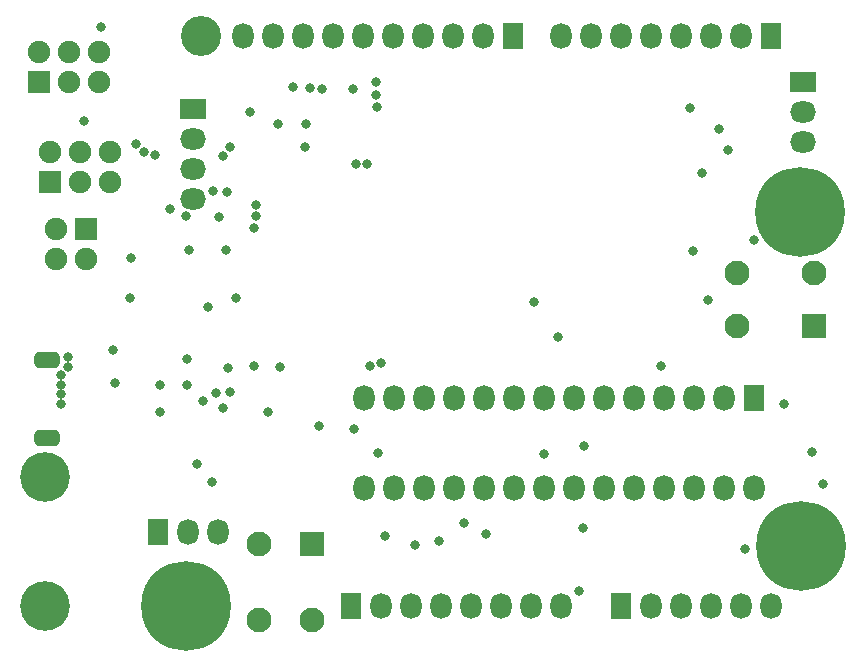
<source format=gbs>
G04*
G04 #@! TF.GenerationSoftware,Altium Limited,Altium Designer,20.1.14 (287)*
G04*
G04 Layer_Color=16711935*
%FSLAX44Y44*%
%MOMM*%
G71*
G04*
G04 #@! TF.SameCoordinates,7BFD3521-CE32-4739-868A-3B6082625FC7*
G04*
G04*
G04 #@! TF.FilePolarity,Negative*
G04*
G01*
G75*
%ADD48R,2.1000X2.1000*%
%ADD57C,3.4000*%
%ADD58C,4.2000*%
%ADD59O,1.8000X2.2000*%
%ADD60R,1.8000X2.2000*%
%ADD61C,2.1000*%
%ADD62R,2.1000X2.1000*%
%ADD63R,1.9000X1.9000*%
%ADD64C,1.9000*%
%ADD65R,2.2000X1.8000*%
%ADD66O,2.2000X1.8000*%
%ADD67C,7.6000*%
G04:AMPARAMS|DCode=68|XSize=2.2mm|YSize=1.4mm|CornerRadius=0.46mm|HoleSize=0mm|Usage=FLASHONLY|Rotation=0.000|XOffset=0mm|YOffset=0mm|HoleType=Round|Shape=RoundedRectangle|*
%AMROUNDEDRECTD68*
21,1,2.2000,0.4800,0,0,0.0*
21,1,1.2800,1.4000,0,0,0.0*
1,1,0.9200,0.6400,-0.2400*
1,1,0.9200,-0.6400,-0.2400*
1,1,0.9200,-0.6400,0.2400*
1,1,0.9200,0.6400,0.2400*
%
%ADD68ROUNDEDRECTD68*%
%ADD69C,0.8000*%
D48*
X246500Y78500D02*
D03*
D57*
X152400Y508000D02*
D03*
D58*
X21000Y26000D02*
D03*
Y135000D02*
D03*
D59*
X187960Y508000D02*
D03*
X213360D02*
D03*
X238760D02*
D03*
X264160D02*
D03*
X289560D02*
D03*
X314960D02*
D03*
X340360D02*
D03*
X365760D02*
D03*
X391160D02*
D03*
X457200Y25400D02*
D03*
X431800D02*
D03*
X406400D02*
D03*
X381000D02*
D03*
X355600D02*
D03*
X330200D02*
D03*
X304800D02*
D03*
X457200Y508000D02*
D03*
X482600D02*
D03*
X508000D02*
D03*
X533400D02*
D03*
X558800D02*
D03*
X584200D02*
D03*
X609600D02*
D03*
X635000Y25400D02*
D03*
X609600D02*
D03*
X584200D02*
D03*
X558800D02*
D03*
X533400D02*
D03*
X141600Y88000D02*
D03*
X167000D02*
D03*
X442850Y125730D02*
D03*
X290450D02*
D03*
X315850D02*
D03*
X341250D02*
D03*
X366650D02*
D03*
X392050D02*
D03*
X417450D02*
D03*
X468250D02*
D03*
X493650D02*
D03*
X519050D02*
D03*
X544450D02*
D03*
X569850D02*
D03*
X595250D02*
D03*
X620650D02*
D03*
X290450Y201930D02*
D03*
X315850D02*
D03*
X341250D02*
D03*
X366650D02*
D03*
X392050D02*
D03*
X417450D02*
D03*
X442850D02*
D03*
X468250D02*
D03*
X493650D02*
D03*
X519050D02*
D03*
X544450D02*
D03*
X569850D02*
D03*
X595250D02*
D03*
D60*
X416560Y508000D02*
D03*
X279400Y25400D02*
D03*
X635000Y508000D02*
D03*
X508000Y25400D02*
D03*
X116200Y88000D02*
D03*
X620650Y201930D02*
D03*
D61*
X606500Y262500D02*
D03*
Y307500D02*
D03*
X671500D02*
D03*
X246500Y13500D02*
D03*
X201500D02*
D03*
Y78500D02*
D03*
D62*
X671500Y262500D02*
D03*
D63*
X15600Y469600D02*
D03*
X24600Y385000D02*
D03*
X55400Y345150D02*
D03*
D64*
X41000Y469600D02*
D03*
X66400D02*
D03*
X15600Y495000D02*
D03*
X41000D02*
D03*
X66400D02*
D03*
X50000Y385000D02*
D03*
X75400D02*
D03*
X24600Y410400D02*
D03*
X50000D02*
D03*
X75400D02*
D03*
X30000Y319750D02*
D03*
X55400D02*
D03*
X30000Y345150D02*
D03*
D65*
X146000Y446000D02*
D03*
X662000Y469000D02*
D03*
D66*
X146000Y420600D02*
D03*
Y395200D02*
D03*
Y369800D02*
D03*
X662000Y443600D02*
D03*
Y418200D02*
D03*
D67*
X139700Y25400D02*
D03*
X660400Y76200D02*
D03*
X660000Y359000D02*
D03*
D68*
X21995Y168000D02*
D03*
Y234000D02*
D03*
D69*
X161839Y130363D02*
D03*
X53500Y436250D02*
D03*
X293000Y400000D02*
D03*
X334000Y77000D02*
D03*
X40000Y236000D02*
D03*
Y228000D02*
D03*
X284000Y400250D02*
D03*
X68000Y516000D02*
D03*
X296000Y229000D02*
D03*
X305000Y231000D02*
D03*
X34000Y221000D02*
D03*
Y197000D02*
D03*
Y205000D02*
D03*
X620750Y335750D02*
D03*
X393700Y86300D02*
D03*
X97900Y417100D02*
D03*
X104700Y410300D02*
D03*
X114000Y407600D02*
D03*
X542000Y229000D02*
D03*
X177000Y414000D02*
D03*
X154250Y199250D02*
D03*
X171000Y193000D02*
D03*
X177000Y207000D02*
D03*
X209750Y189750D02*
D03*
X78500Y242000D02*
D03*
X171000Y407000D02*
D03*
X220000Y228000D02*
D03*
X582000Y285000D02*
D03*
X255500Y463250D02*
D03*
X599000Y412000D02*
D03*
X591000Y429096D02*
D03*
X569000Y326000D02*
D03*
X577000Y392000D02*
D03*
X567000Y447000D02*
D03*
X302000Y448000D02*
D03*
X301000Y458000D02*
D03*
Y469000D02*
D03*
X308500Y84500D02*
D03*
X165000Y206062D02*
D03*
X80000Y214000D02*
D03*
X194000Y444000D02*
D03*
X679000Y129000D02*
D03*
X231000Y465000D02*
D03*
X34000Y213000D02*
D03*
X375000Y96000D02*
D03*
X163000Y377000D02*
D03*
X174750Y376000D02*
D03*
X354000Y81000D02*
D03*
X613000Y74000D02*
D03*
X159000Y279000D02*
D03*
X141000Y234750D02*
D03*
X199421Y355500D02*
D03*
X168000Y355250D02*
D03*
X142750Y327250D02*
D03*
X140250Y356000D02*
D03*
X173750Y327000D02*
D03*
X241125Y414282D02*
D03*
X241250Y433500D02*
D03*
X472500Y38250D02*
D03*
X281000Y463250D02*
D03*
X175250Y226750D02*
D03*
X245000Y464250D02*
D03*
X92312Y286391D02*
D03*
X477000Y161250D02*
D03*
X434750Y282750D02*
D03*
X646000Y196500D02*
D03*
X182500Y286250D02*
D03*
X198000Y228500D02*
D03*
X149250Y146000D02*
D03*
X442850Y154650D02*
D03*
X455000Y253000D02*
D03*
X93750Y320000D02*
D03*
X217750Y433500D02*
D03*
X253000Y178000D02*
D03*
X476500Y91250D02*
D03*
X141000Y213000D02*
D03*
X118000Y212500D02*
D03*
X118250Y190000D02*
D03*
X126500Y362000D02*
D03*
X197750Y345834D02*
D03*
X199500Y364771D02*
D03*
X670000Y156250D02*
D03*
X282250Y175250D02*
D03*
X302500Y154750D02*
D03*
M02*

</source>
